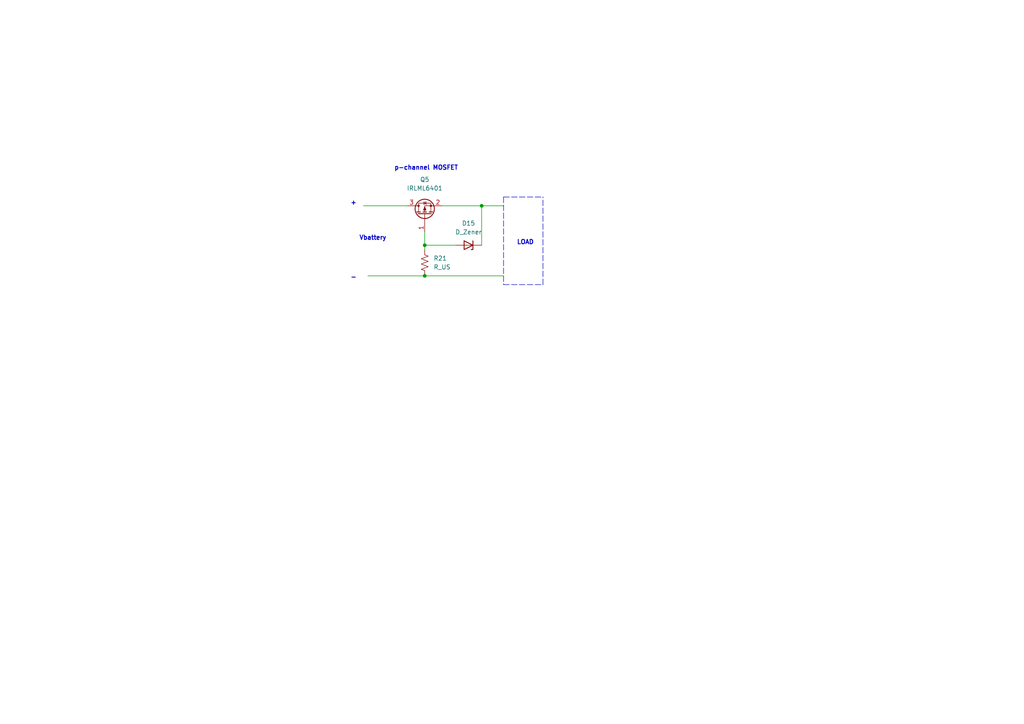
<source format=kicad_sch>
(kicad_sch (version 20211123) (generator eeschema)
  (paper "A4")
  (lib_symbols
    (symbol "Device:D_Zener" (pin_numbers hide) (pin_names (offset 1.016) hide)
      (property "Reference" "D" (at 0 2.54 0))
      (property "Value" "D_Zener" (at 0 -2.54 0))
      (symbol "D_Zener_0_1"
        (polyline (pts (xy 1.27 0) (xy -1.27 0)))
        (polyline (pts (xy -1.27 -1.27) (xy -1.27 1.27) (xy -0.762 1.27)) (stroke (width 0.254)))
        (polyline (pts (xy 1.27 -1.27) (xy 1.27 1.27) (xy -1.27 0) (xy 1.27 -1.27)) (stroke (width 0.254)))
      )
      (symbol "D_Zener_1_1"
        (pin passive line (at -3.81 0 0) (length 2.54) (name "K") (number "1"))
        (pin passive line (at 3.81 0 180) (length 2.54) (name "A") (number "2"))
      )
    )
    (symbol "Device:R_US" (pin_numbers hide) (pin_names (offset 0))
      (property "Reference" "R" (at 2.54 0 90))
      (property "Value" "R_US" (at -2.54 0 90))
      (symbol "R_US_0_1"
        (polyline (pts (xy 0 -2.286) (xy 0 -2.54)))
        (polyline (pts (xy 0 2.286) (xy 0 2.54)))
        (polyline (pts (xy 0 -0.762) (xy 1.016 -1.143) (xy 0 -1.524) (xy -1.016 -1.905) (xy 0 -2.286)))
        (polyline (pts (xy 0 0.762) (xy 1.016 0.381) (xy 0 0) (xy -1.016 -0.381) (xy 0 -0.762)))
        (polyline (pts (xy 0 2.286) (xy 1.016 1.905) (xy 0 1.524) (xy -1.016 1.143) (xy 0 0.762)))
      )
      (symbol "R_US_1_1"
        (pin passive line (at 0 3.81 270) (length 1.27) (name "~") (number "1"))
        (pin passive line (at 0 -3.81 90) (length 1.27) (name "~") (number "2"))
      )
    )
    (symbol "Transistor_FET:IRLML6401" (pin_names hide)
      (property "Reference" "Q" (at 5.08 1.905 0))
      (property "Value" "IRLML6401" (at 5.08 0 0))
      (symbol "IRLML6401_0_1"
        (polyline (pts (xy 0.254 0) (xy -2.54 0)))
        (polyline (pts (xy 0.254 1.905) (xy 0.254 -1.905)) (stroke (width 0.254)))
        (polyline (pts (xy 0.762 -1.27) (xy 0.762 -2.286)) (stroke (width 0.254)))
        (polyline (pts (xy 0.762 0.508) (xy 0.762 -0.508)) (stroke (width 0.254)))
        (polyline (pts (xy 0.762 2.286) (xy 0.762 1.27)) (stroke (width 0.254)))
        (polyline (pts (xy 2.54 2.54) (xy 2.54 1.778)))
        (polyline (pts (xy 2.54 -2.54) (xy 2.54 0) (xy 0.762 0)))
        (polyline (pts (xy 0.762 1.778) (xy 3.302 1.778) (xy 3.302 -1.778) (xy 0.762 -1.778)))
        (polyline (pts (xy 2.286 0) (xy 1.27 0.381) (xy 1.27 -0.381) (xy 2.286 0)) (fill (type outline)))
        (polyline (pts (xy 2.794 -0.508) (xy 2.921 -0.381) (xy 3.683 -0.381) (xy 3.81 -0.254)))
        (polyline (pts (xy 3.302 -0.381) (xy 2.921 0.254) (xy 3.683 0.254) (xy 3.302 -0.381)))
        (circle (center 1.651 0) (radius 2.794) (stroke (width 0.254)))
        (circle (center 2.54 -1.778) (radius 0.254) (fill (type outline)))
        (circle (center 2.54 1.778) (radius 0.254) (fill (type outline)))
      )
      (symbol "IRLML6401_1_1"
        (pin input line (at -5.08 0 0) (length 2.54) (name "G") (number "1"))
        (pin passive line (at 2.54 -5.08 90) (length 2.54) (name "S") (number "2"))
        (pin passive line (at 2.54 5.08 270) (length 2.54) (name "D") (number "3"))
      )
    )
  )
  (junction (at 123.19 71.12))
  (junction (at 139.7 59.69))
  (junction (at 123.19 80.01))
  (wire (pts (xy 123.19 71.12) (xy 132.08 71.12)))
  (wire (pts (xy 123.19 80.01) (xy 146.05 80.01)))
  (wire (pts (xy 123.19 71.12) (xy 123.19 72.39)))
  (wire (pts (xy 105.41 59.69) (xy 118.11 59.69)))
  (polyline (pts (xy 146.05 57.15) (xy 157.48 57.15)))
  (polyline (pts (xy 146.05 82.55) (xy 157.48 82.55)))
  (wire (pts (xy 123.19 67.31) (xy 123.19 71.12)))
  (wire (pts (xy 139.7 59.69) (xy 146.05 59.69)))
  (wire (pts (xy 139.7 59.69) (xy 139.7 71.12)))
  (polyline (pts (xy 157.48 82.55) (xy 157.48 57.15)))
  (polyline (pts (xy 146.05 57.15) (xy 146.05 82.55)))
  (wire (pts (xy 106.68 80.01) (xy 123.19 80.01)))
  (wire (pts (xy 128.27 59.69) (xy 139.7 59.69)))
  (text "-" (at 101.6 81.28 0) (effects (font (size 1.27 1.27) bold) (justify left bottom)))
  (text "Vbattery\n" (at 104.14 69.85 0) (effects (font (size 1.27 1.27) bold) (justify left bottom)))
  (text "+\n" (at 101.6 59.69 0) (effects (font (size 1.27 1.27) bold) (justify left bottom)))
  (text "LOAD\n" (at 149.86 71.12 0) (effects (font (size 1.27 1.27) bold) (justify left bottom)))
  (text "p-channel MOSFET\n" (at 114.3 49.53 0) (effects (font (size 1.27 1.27) bold) (justify left bottom)))
  (symbol (lib_id "Transistor_FET:IRLML6401") (at 123.19 62.23 90) (unit 1)
    (property "Reference" "Q5" (at 123.19 52.07 90))
    (property "Value" "IRLML6401" (at 123.19 54.61 90))
    (property "Footprint" "Package_TO_SOT_SMD:SOT-23" (effects hide))
    (property "Datasheet" "https://www.infineon.com/dgdl/irlml6401pbf.pdf?fileId=5546d462533600a401535668b96d2634" (effects hide))
  )
  (symbol (lib_id "Device:D_Zener") (at 135.89 71.12 180) (unit 1)
    (property "Reference" "D15" (at 135.89 64.77 0))
    (property "Value" "D_Zener" (at 135.89 67.31 0))
  )
  (symbol (lib_id "Device:R_US") (at 123.19 76.2 180) (unit 1)
    (property "Reference" "R21" (at 125.73 74.9299 0) (effects (justify right)))
    (property "Value" "R_US" (at 125.73 77.4699 0) (effects (justify right)))
  )
)
</source>
